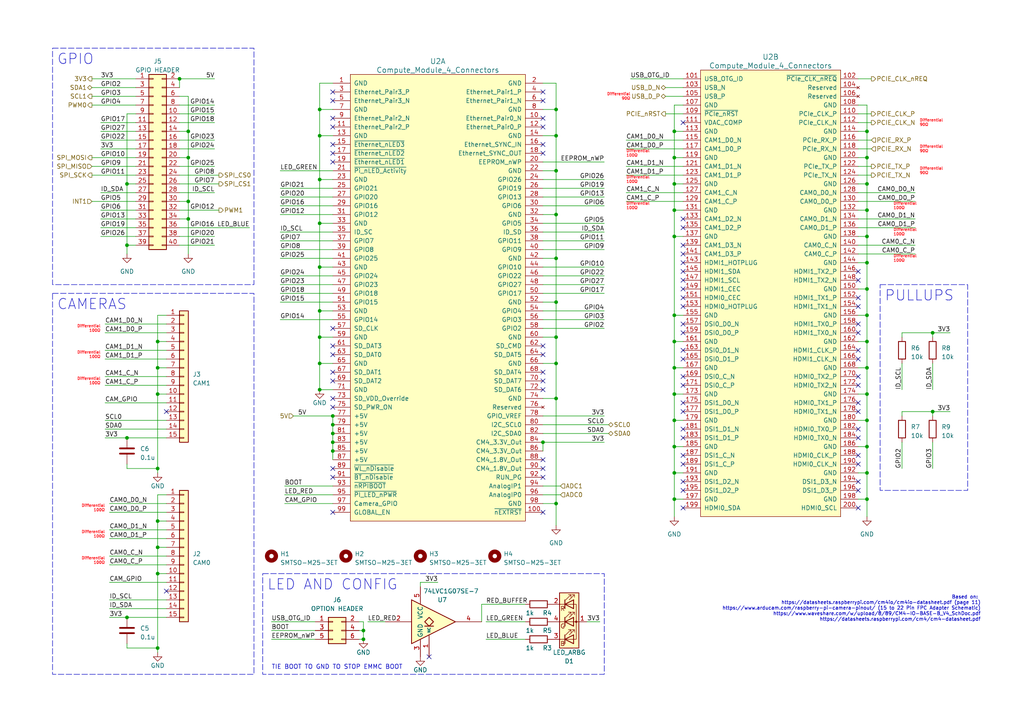
<source format=kicad_sch>
(kicad_sch (version 20231120) (generator "eeschema") (generator_version "8.0")
  (paper "A4")
  (title_block (title "Payload 2023 CM4 Board") (date "2023-04-25") (rev "0.1WIP") (company "AGH Space Systems") (comment 1 "Filip Tomczyk") (comment 2 "SQ3TLE.DEV"))
  (junction (at 161.29 105.41))
  (junction (at 96.52 120.65))
  (junction (at 45.72 106.68))
  (junction (at 45.72 166.37))
  (junction (at 161.29 115.57))
  (junction (at 195.58 53.34))
  (junction (at 251.46 144.78))
  (junction (at 251.46 121.92))
  (junction (at 45.72 114.3))
  (junction (at 157.48 128.27))
  (junction (at 92.71 39.37))
  (junction (at 195.58 106.68))
  (junction (at 54.61 58.42))
  (junction (at 251.46 91.44))
  (junction (at 251.46 83.82))
  (junction (at 92.71 97.79))
  (junction (at 251.46 68.58))
  (junction (at 251.46 38.1))
  (junction (at 195.58 91.44))
  (junction (at 45.72 99.06))
  (junction (at 92.71 52.07))
  (junction (at 251.46 106.68))
  (junction (at 54.61 63.5))
  (junction (at 195.58 38.1))
  (junction (at 92.71 105.41))
  (junction (at 96.52 130.81))
  (junction (at 36.83 179.07))
  (junction (at 92.71 31.75))
  (junction (at 195.58 45.72))
  (junction (at 270.51 119.38))
  (junction (at 92.71 77.47))
  (junction (at 251.46 45.72))
  (junction (at 195.58 114.3))
  (junction (at 251.46 129.54))
  (junction (at 251.46 53.34))
  (junction (at 195.58 144.78))
  (junction (at 36.83 53.34))
  (junction (at 36.83 127))
  (junction (at 54.61 45.72))
  (junction (at 195.58 68.58))
  (junction (at 270.51 96.52))
  (junction (at 195.58 99.06))
  (junction (at 161.29 49.53))
  (junction (at 195.58 60.96))
  (junction (at 96.52 128.27))
  (junction (at 45.72 135.89))
  (junction (at 105.41 182.88))
  (junction (at 161.29 97.79))
  (junction (at 54.61 38.1))
  (junction (at 96.52 125.73))
  (junction (at 52.07 22.86))
  (junction (at 45.72 187.96))
  (junction (at 195.58 121.92))
  (junction (at 92.71 64.77))
  (junction (at 251.46 137.16))
  (junction (at 251.46 99.06))
  (junction (at 161.29 31.75))
  (junction (at 161.29 39.37))
  (junction (at 195.58 137.16))
  (junction (at 45.72 158.75))
  (junction (at 251.46 60.96))
  (junction (at 105.41 185.42))
  (junction (at 161.29 74.93))
  (junction (at 161.29 62.23))
  (junction (at 251.46 76.2))
  (junction (at 251.46 114.3))
  (junction (at 195.58 129.54))
  (junction (at 45.72 151.13))
  (junction (at 92.71 113.03))
  (junction (at 96.52 123.19))
  (junction (at 161.29 87.63))
  (junction (at 161.29 146.05))
  (junction (at 36.83 71.12))
  (junction (at 92.71 90.17))
  (no_connect (at 198.12 101.6))
  (no_connect (at 248.92 132.08))
  (no_connect (at 248.92 124.46))
  (no_connect (at 198.12 78.74))
  (no_connect (at 198.12 132.08))
  (no_connect (at 157.48 133.35))
  (no_connect (at 96.52 95.25))
  (no_connect (at 96.52 110.49))
  (no_connect (at 48.26 119.38))
  (no_connect (at 198.12 88.9))
  (no_connect (at 157.48 44.45))
  (no_connect (at 157.48 100.33))
  (no_connect (at 96.52 34.29))
  (no_connect (at 96.52 26.67))
  (no_connect (at 248.92 142.24))
  (no_connect (at 96.52 102.87))
  (no_connect (at 96.52 46.99))
  (no_connect (at 248.92 96.52))
  (no_connect (at 248.92 116.84))
  (no_connect (at 248.92 109.22))
  (no_connect (at 198.12 104.14))
  (no_connect (at 96.52 36.83))
  (no_connect (at 248.92 104.14))
  (no_connect (at 248.92 81.28))
  (no_connect (at 198.12 139.7))
  (no_connect (at 248.92 139.7))
  (no_connect (at 157.48 26.67))
  (no_connect (at 198.12 81.28))
  (no_connect (at 198.12 116.84))
  (no_connect (at 198.12 76.2))
  (no_connect (at 198.12 86.36))
  (no_connect (at 248.92 127))
  (no_connect (at 198.12 147.32))
  (no_connect (at 198.12 109.22))
  (no_connect (at 248.92 93.98))
  (no_connect (at 248.92 134.62))
  (no_connect (at 96.52 118.11))
  (no_connect (at 48.26 171.45))
  (no_connect (at 198.12 119.38))
  (no_connect (at 96.52 148.59))
  (no_connect (at 198.12 134.62))
  (no_connect (at 157.48 107.95))
  (no_connect (at 198.12 111.76))
  (no_connect (at 157.48 110.49))
  (no_connect (at 198.12 96.52))
  (no_connect (at 96.52 115.57))
  (no_connect (at 157.48 29.21))
  (no_connect (at 198.12 124.46))
  (no_connect (at 248.92 119.38))
  (no_connect (at 96.52 41.91))
  (no_connect (at 157.48 135.89))
  (no_connect (at 248.92 78.74))
  (no_connect (at 157.48 113.03))
  (no_connect (at 157.48 34.29))
  (no_connect (at 96.52 44.45))
  (no_connect (at 198.12 127))
  (no_connect (at 198.12 83.82))
  (no_connect (at 198.12 93.98))
  (no_connect (at 198.12 35.56))
  (no_connect (at 157.48 138.43))
  (no_connect (at 248.92 86.36))
  (no_connect (at 198.12 63.5))
  (no_connect (at 96.52 107.95))
  (no_connect (at 96.52 29.21))
  (no_connect (at 248.92 111.76))
  (no_connect (at 157.48 36.83))
  (no_connect (at 248.92 88.9))
  (no_connect (at 198.12 142.24))
  (no_connect (at 248.92 101.6))
  (no_connect (at 96.52 138.43))
  (no_connect (at 157.48 148.59))
  (no_connect (at 124.46 190.5))
  (no_connect (at 198.12 71.12))
  (no_connect (at 157.48 41.91))
  (no_connect (at 96.52 135.89))
  (no_connect (at 248.92 147.32))
  (no_connect (at 198.12 73.66))
  (no_connect (at 198.12 66.04))
  (no_connect (at 157.48 102.87))
  (no_connect (at 96.52 100.33))
  (wire (pts (xy 195.58 99.06) (xy 195.58 106.68)))
  (wire (pts (xy 248.92 121.92) (xy 251.46 121.92)))
  (wire (pts (xy 161.29 105.41) (xy 161.29 115.57)))
  (wire (pts (xy 193.04 27.94) (xy 198.12 27.94)))
  (wire (pts (xy 161.29 49.53) (xy 161.29 62.23)))
  (wire (pts (xy 248.92 106.68) (xy 251.46 106.68)))
  (wire (pts (xy 45.72 99.06) (xy 48.26 99.06)))
  (wire (pts (xy 96.52 123.19) (xy 96.52 125.73)))
  (wire (pts (xy 45.72 106.68) (xy 45.72 114.3)))
  (wire (pts (xy 195.58 129.54) (xy 198.12 129.54)))
  (wire (pts (xy 251.46 68.58) (xy 251.46 76.2)))
  (wire (pts (xy 195.58 60.96) (xy 195.58 68.58)))
  (wire (pts (xy 157.48 97.79) (xy 161.29 97.79)))
  (wire (pts (xy 96.52 128.27) (xy 96.52 130.81)))
  (wire (pts (xy 30.48 93.98) (xy 48.26 93.98)))
  (wire (pts (xy 251.46 106.68) (xy 251.46 114.3)))
  (wire (pts (xy 92.71 105.41) (xy 96.52 105.41)))
  (wire (pts (xy 78.74 180.34) (xy 91.44 180.34)))
  (wire (pts (xy 261.62 120.65) (xy 261.62 119.38)))
  (wire (pts (xy 181.61 40.64) (xy 198.12 40.64)))
  (wire (pts (xy 54.61 27.94) (xy 54.61 38.1)))
  (wire (pts (xy 251.46 76.2) (xy 251.46 83.82)))
  (wire (pts (xy 157.48 72.39) (xy 175.26 72.39)))
  (wire (pts (xy 157.48 92.71) (xy 175.26 92.71)))
  (wire (pts (xy 45.72 106.68) (xy 48.26 106.68)))
  (wire (pts (xy 157.48 128.27) (xy 157.48 130.81)))
  (wire (pts (xy 52.07 43.18) (xy 62.23 43.18)))
  (wire (pts (xy 248.92 40.64) (xy 252.73 40.64)))
  (wire (pts (xy 92.71 97.79) (xy 96.52 97.79)))
  (wire (pts (xy 195.58 45.72) (xy 195.58 53.34)))
  (wire (pts (xy 157.48 90.17) (xy 175.26 90.17)))
  (wire (pts (xy 81.28 82.55) (xy 96.52 82.55)))
  (wire (pts (xy 248.92 99.06) (xy 251.46 99.06)))
  (wire (pts (xy 195.58 121.92) (xy 198.12 121.92)))
  (wire (pts (xy 248.92 63.5) (xy 265.43 63.5)))
  (wire (pts (xy 195.58 144.78) (xy 195.58 149.86)))
  (wire (pts (xy 104.14 182.88) (xy 105.41 182.88)))
  (wire (pts (xy 26.67 27.94) (xy 39.37 27.94)))
  (wire (pts (xy 157.48 77.47) (xy 175.26 77.47)))
  (wire (pts (xy 45.72 135.89) (xy 45.72 137.16)))
  (wire (pts (xy 157.48 46.99) (xy 175.26 46.99)))
  (wire (pts (xy 30.48 124.46) (xy 48.26 124.46)))
  (wire (pts (xy 96.52 120.65) (xy 96.52 123.19)))
  (wire (pts (xy 157.48 143.51) (xy 162.56 143.51)))
  (wire (pts (xy 92.71 39.37) (xy 92.71 52.07)))
  (wire (pts (xy 48.26 91.44) (xy 45.72 91.44)))
  (wire (pts (xy 157.48 39.37) (xy 161.29 39.37)))
  (wire (pts (xy 92.71 77.47) (xy 92.71 90.17)))
  (wire (pts (xy 54.61 63.5) (xy 52.07 63.5)))
  (wire (pts (xy 39.37 33.02) (xy 36.83 33.02)))
  (wire (pts (xy 248.92 83.82) (xy 251.46 83.82)))
  (wire (pts (xy 31.75 161.29) (xy 48.26 161.29)))
  (wire (pts (xy 157.48 59.69) (xy 175.26 59.69)))
  (wire (pts (xy 52.07 35.56) (xy 62.23 35.56)))
  (wire (pts (xy 195.58 99.06) (xy 198.12 99.06)))
  (wire (pts (xy 181.61 58.42) (xy 198.12 58.42)))
  (wire (pts (xy 157.48 52.07) (xy 175.26 52.07)))
  (wire (pts (xy 45.72 91.44) (xy 45.72 99.06)))
  (wire (pts (xy 29.21 43.18) (xy 39.37 43.18)))
  (wire (pts (xy 96.52 24.13) (xy 92.71 24.13)))
  (wire (pts (xy 195.58 91.44) (xy 195.58 99.06)))
  (wire (pts (xy 157.48 57.15) (xy 175.26 57.15)))
  (wire (pts (xy 195.58 68.58) (xy 198.12 68.58)))
  (wire (pts (xy 251.46 45.72) (xy 251.46 53.34)))
  (wire (pts (xy 30.48 127) (xy 36.83 127)))
  (wire (pts (xy 31.75 156.21) (xy 48.26 156.21)))
  (wire (pts (xy 54.61 58.42) (xy 54.61 63.5)))
  (wire (pts (xy 195.58 30.48) (xy 195.58 38.1)))
  (wire (pts (xy 193.04 25.4) (xy 198.12 25.4)))
  (wire (pts (xy 36.83 134.62) (xy 36.83 135.89)))
  (wire (pts (xy 161.29 24.13) (xy 161.29 31.75)))
  (wire (pts (xy 36.83 179.07) (xy 48.26 179.07)))
  (wire (pts (xy 45.72 158.75) (xy 48.26 158.75)))
  (wire (pts (xy 157.48 54.61) (xy 175.26 54.61)))
  (wire (pts (xy 52.07 40.64) (xy 62.23 40.64)))
  (wire (pts (xy 81.28 49.53) (xy 96.52 49.53)))
  (wire (pts (xy 45.72 158.75) (xy 45.72 166.37)))
  (wire (pts (xy 157.48 67.31) (xy 175.26 67.31)))
  (wire (pts (xy 45.72 99.06) (xy 45.72 106.68)))
  (wire (pts (xy 36.83 127) (xy 48.26 127)))
  (wire (pts (xy 31.75 148.59) (xy 48.26 148.59)))
  (wire (pts (xy 181.61 43.18) (xy 198.12 43.18)))
  (wire (pts (xy 248.92 91.44) (xy 251.46 91.44)))
  (wire (pts (xy 52.07 66.04) (xy 72.39 66.04)))
  (wire (pts (xy 30.48 101.6) (xy 48.26 101.6)))
  (wire (pts (xy 261.62 96.52) (xy 261.62 97.79)))
  (wire (pts (xy 198.12 30.48) (xy 195.58 30.48)))
  (wire (pts (xy 81.28 80.01) (xy 96.52 80.01)))
  (wire (pts (xy 82.55 146.05) (xy 96.52 146.05)))
  (wire (pts (xy 195.58 114.3) (xy 198.12 114.3)))
  (wire (pts (xy 195.58 121.92) (xy 195.58 129.54)))
  (wire (pts (xy 251.46 38.1) (xy 251.46 45.72)))
  (wire (pts (xy 251.46 83.82) (xy 251.46 91.44)))
  (wire (pts (xy 275.59 119.38) (xy 270.51 119.38)))
  (wire (pts (xy 193.04 33.02) (xy 198.12 33.02)))
  (wire (pts (xy 195.58 53.34) (xy 195.58 60.96)))
  (wire (pts (xy 195.58 106.68) (xy 198.12 106.68)))
  (wire (pts (xy 54.61 45.72) (xy 54.61 58.42)))
  (wire (pts (xy 52.07 22.86) (xy 52.07 25.4)))
  (wire (pts (xy 52.07 45.72) (xy 54.61 45.72)))
  (wire (pts (xy 181.61 50.8) (xy 198.12 50.8)))
  (wire (pts (xy 248.92 66.04) (xy 265.43 66.04)))
  (wire (pts (xy 195.58 114.3) (xy 195.58 121.92)))
  (wire (pts (xy 157.48 82.55) (xy 175.26 82.55)))
  (wire (pts (xy 81.28 92.71) (xy 96.52 92.71)))
  (wire (pts (xy 251.46 91.44) (xy 251.46 99.06)))
  (wire (pts (xy 92.71 90.17) (xy 92.71 97.79)))
  (wire (pts (xy 157.48 140.97) (xy 162.56 140.97)))
  (wire (pts (xy 195.58 53.34) (xy 198.12 53.34)))
  (wire (pts (xy 195.58 68.58) (xy 195.58 91.44)))
  (wire (pts (xy 270.51 105.41) (xy 270.51 113.03)))
  (wire (pts (xy 36.83 135.89) (xy 45.72 135.89)))
  (wire (pts (xy 157.48 95.25) (xy 175.26 95.25)))
  (wire (pts (xy 161.29 146.05) (xy 157.48 146.05)))
  (wire (pts (xy 157.48 49.53) (xy 161.29 49.53)))
  (wire (pts (xy 81.28 62.23) (xy 96.52 62.23)))
  (wire (pts (xy 270.51 97.79) (xy 270.51 96.52)))
  (wire (pts (xy 81.28 74.93) (xy 96.52 74.93)))
  (wire (pts (xy 31.75 163.83) (xy 48.26 163.83)))
  (wire (pts (xy 195.58 45.72) (xy 198.12 45.72)))
  (wire (pts (xy 54.61 63.5) (xy 54.61 73.66)))
  (wire (pts (xy 52.07 68.58) (xy 62.23 68.58)))
  (wire (pts (xy 251.46 137.16) (xy 251.46 144.78)))
  (wire (pts (xy 92.71 105.41) (xy 92.71 113.03)))
  (wire (pts (xy 195.58 38.1) (xy 198.12 38.1)))
  (wire (pts (xy 121.92 168.91) (xy 121.92 170.18)))
  (wire (pts (xy 26.67 50.8) (xy 39.37 50.8)))
  (wire (pts (xy 92.71 39.37) (xy 96.52 39.37)))
  (wire (pts (xy 248.92 30.48) (xy 251.46 30.48)))
  (wire (pts (xy 81.28 69.85) (xy 96.52 69.85)))
  (wire (pts (xy 36.83 71.12) (xy 39.37 71.12)))
  (wire (pts (xy 161.29 39.37) (xy 161.29 49.53)))
  (wire (pts (xy 36.83 53.34) (xy 36.83 71.12)))
  (wire (pts (xy 92.71 77.47) (xy 96.52 77.47)))
  (wire (pts (xy 26.67 48.26) (xy 39.37 48.26)))
  (wire (pts (xy 52.07 50.8) (xy 63.5 50.8)))
  (wire (pts (xy 248.92 33.02) (xy 252.73 33.02)))
  (wire (pts (xy 104.14 180.34) (xy 105.41 180.34)))
  (wire (pts (xy 161.29 87.63) (xy 161.29 97.79)))
  (wire (pts (xy 26.67 58.42) (xy 39.37 58.42)))
  (wire (pts (xy 45.72 166.37) (xy 48.26 166.37)))
  (wire (pts (xy 157.48 80.01) (xy 175.26 80.01)))
  (wire (pts (xy 31.75 179.07) (xy 36.83 179.07)))
  (wire (pts (xy 157.48 105.41) (xy 161.29 105.41)))
  (wire (pts (xy 251.46 121.92) (xy 251.46 129.54)))
  (wire (pts (xy 92.71 113.03) (xy 96.52 113.03)))
  (wire (pts (xy 195.58 60.96) (xy 198.12 60.96)))
  (wire (pts (xy 105.41 180.34) (xy 105.41 182.88)))
  (wire (pts (xy 52.07 27.94) (xy 54.61 27.94)))
  (wire (pts (xy 30.48 111.76) (xy 48.26 111.76)))
  (wire (pts (xy 157.48 120.65) (xy 175.26 120.65)))
  (wire (pts (xy 78.74 182.88) (xy 91.44 182.88)))
  (wire (pts (xy 157.48 125.73) (xy 176.53 125.73)))
  (wire (pts (xy 30.48 116.84) (xy 48.26 116.84)))
  (wire (pts (xy 157.48 64.77) (xy 175.26 64.77)))
  (wire (pts (xy 161.29 97.79) (xy 161.29 105.41)))
  (wire (pts (xy 82.55 143.51) (xy 96.52 143.51)))
  (wire (pts (xy 30.48 104.14) (xy 48.26 104.14)))
  (wire (pts (xy 157.48 74.93) (xy 161.29 74.93)))
  (wire (pts (xy 26.67 25.4) (xy 39.37 25.4)))
  (wire (pts (xy 81.28 67.31) (xy 96.52 67.31)))
  (wire (pts (xy 52.07 55.88) (xy 62.23 55.88)))
  (wire (pts (xy 152.4 185.42) (xy 140.97 185.42)))
  (wire (pts (xy 195.58 38.1) (xy 195.58 45.72)))
  (wire (pts (xy 52.07 58.42) (xy 54.61 58.42)))
  (wire (pts (xy 26.67 22.86) (xy 39.37 22.86)))
  (wire (pts (xy 248.92 45.72) (xy 251.46 45.72)))
  (wire (pts (xy 81.28 59.69) (xy 96.52 59.69)))
  (wire (pts (xy 195.58 137.16) (xy 198.12 137.16)))
  (wire (pts (xy 31.75 173.99) (xy 48.26 173.99)))
  (wire (pts (xy 52.07 22.86) (xy 62.23 22.86)))
  (wire (pts (xy 52.07 38.1) (xy 54.61 38.1)))
  (wire (pts (xy 92.71 31.75) (xy 96.52 31.75)))
  (wire (pts (xy 127 168.91) (xy 121.92 168.91)))
  (wire (pts (xy 106.68 180.34) (xy 111.76 180.34)))
  (wire (pts (xy 104.14 185.42) (xy 105.41 185.42)))
  (wire (pts (xy 29.21 68.58) (xy 39.37 68.58)))
  (wire (pts (xy 248.92 48.26) (xy 252.73 48.26)))
  (wire (pts (xy 29.21 35.56) (xy 39.37 35.56)))
  (wire (pts (xy 248.92 38.1) (xy 251.46 38.1)))
  (wire (pts (xy 251.46 144.78) (xy 251.46 149.86)))
  (wire (pts (xy 81.28 54.61) (xy 96.52 54.61)))
  (wire (pts (xy 45.72 143.51) (xy 45.72 151.13)))
  (wire (pts (xy 261.62 105.41) (xy 261.62 113.03)))
  (wire (pts (xy 92.71 52.07) (xy 92.71 64.77)))
  (wire (pts (xy 157.48 62.23) (xy 161.29 62.23)))
  (wire (pts (xy 92.71 64.77) (xy 96.52 64.77)))
  (wire (pts (xy 52.07 60.96) (xy 63.5 60.96)))
  (wire (pts (xy 248.92 68.58) (xy 251.46 68.58)))
  (wire (pts (xy 157.48 123.19) (xy 176.53 123.19)))
  (wire (pts (xy 248.92 35.56) (xy 252.73 35.56)))
  (wire (pts (xy 195.58 137.16) (xy 195.58 144.78)))
  (wire (pts (xy 52.07 71.12) (xy 62.23 71.12)))
  (wire (pts (xy 92.71 90.17) (xy 96.52 90.17)))
  (wire (pts (xy 157.48 128.27) (xy 175.26 128.27)))
  (wire (pts (xy 81.28 57.15) (xy 96.52 57.15)))
  (wire (pts (xy 92.71 24.13) (xy 92.71 31.75)))
  (wire (pts (xy 139.7 175.26) (xy 152.4 175.26)))
  (wire (pts (xy 248.92 43.18) (xy 252.73 43.18)))
  (wire (pts (xy 29.21 55.88) (xy 39.37 55.88)))
  (wire (pts (xy 92.71 64.77) (xy 92.71 77.47)))
  (wire (pts (xy 96.52 125.73) (xy 96.52 128.27)))
  (wire (pts (xy 248.92 58.42) (xy 265.43 58.42)))
  (wire (pts (xy 29.21 38.1) (xy 39.37 38.1)))
  (wire (pts (xy 29.21 66.04) (xy 39.37 66.04)))
  (wire (pts (xy 85.09 120.65) (xy 96.52 120.65)))
  (wire (pts (xy 248.92 53.34) (xy 251.46 53.34)))
  (wire (pts (xy 261.62 119.38) (xy 270.51 119.38)))
  (wire (pts (xy 96.52 130.81) (xy 96.52 133.35)))
  (wire (pts (xy 45.72 187.96) (xy 45.72 189.23)))
  (wire (pts (xy 157.48 85.09) (xy 175.26 85.09)))
  (wire (pts (xy 251.46 129.54) (xy 251.46 137.16)))
  (wire (pts (xy 251.46 53.34) (xy 251.46 60.96)))
  (wire (pts (xy 30.48 121.92) (xy 48.26 121.92)))
  (wire (pts (xy 26.67 45.72) (xy 39.37 45.72)))
  (wire (pts (xy 45.72 166.37) (xy 45.72 187.96)))
  (wire (pts (xy 36.83 186.69) (xy 36.83 187.96)))
  (wire (pts (xy 45.72 114.3) (xy 48.26 114.3)))
  (wire (pts (xy 105.41 182.88) (xy 105.41 185.42)))
  (wire (pts (xy 157.48 24.13) (xy 161.29 24.13)))
  (wire (pts (xy 81.28 87.63) (xy 96.52 87.63)))
  (wire (pts (xy 92.71 97.79) (xy 92.71 105.41)))
  (wire (pts (xy 248.92 137.16) (xy 251.46 137.16)))
  (wire (pts (xy 248.92 114.3) (xy 251.46 114.3)))
  (wire (pts (xy 248.92 60.96) (xy 251.46 60.96)))
  (wire (pts (xy 52.07 30.48) (xy 62.23 30.48)))
  (wire (pts (xy 251.46 30.48) (xy 251.46 38.1)))
  (wire (pts (xy 161.29 115.57) (xy 161.29 146.05)))
  (wire (pts (xy 26.67 30.48) (xy 39.37 30.48)))
  (wire (pts (xy 36.83 33.02) (xy 36.83 53.34)))
  (wire (pts (xy 52.07 53.34) (xy 63.5 53.34)))
  (wire (pts (xy 181.61 55.88) (xy 198.12 55.88)))
  (wire (pts (xy 31.75 168.91) (xy 48.26 168.91)))
  (wire (pts (xy 30.48 96.52) (xy 48.26 96.52)))
  (wire (pts (xy 78.74 185.42) (xy 91.44 185.42)))
  (wire (pts (xy 248.92 144.78) (xy 251.46 144.78)))
  (wire (pts (xy 251.46 60.96) (xy 251.46 68.58)))
  (wire (pts (xy 261.62 96.52) (xy 270.51 96.52)))
  (wire (pts (xy 248.92 76.2) (xy 251.46 76.2)))
  (wire (pts (xy 45.72 151.13) (xy 48.26 151.13)))
  (wire (pts (xy 195.58 91.44) (xy 198.12 91.44)))
  (wire (pts (xy 140.97 180.34) (xy 152.4 180.34)))
  (wire (pts (xy 52.07 33.02) (xy 62.23 33.02)))
  (wire (pts (xy 157.48 31.75) (xy 161.29 31.75)))
  (wire (pts (xy 270.51 128.27) (xy 270.51 135.89)))
  (wire (pts (xy 252.73 22.86) (xy 248.92 22.86)))
  (wire (pts (xy 29.21 60.96) (xy 39.37 60.96)))
  (wire (pts (xy 52.07 48.26) (xy 62.23 48.26)))
  (wire (pts (xy 251.46 99.06) (xy 251.46 106.68)))
  (wire (pts (xy 157.48 87.63) (xy 161.29 87.63)))
  (wire (pts (xy 82.55 140.97) (xy 96.52 140.97)))
  (wire (pts (xy 251.46 114.3) (xy 251.46 121.92)))
  (wire (pts (xy 195.58 129.54) (xy 195.58 137.16)))
  (wire (pts (xy 92.71 31.75) (xy 92.71 39.37)))
  (wire (pts (xy 157.48 115.57) (xy 161.29 115.57)))
  (wire (pts (xy 170.18 180.34) (xy 173.99 180.34)))
  (wire (pts (xy 81.28 85.09) (xy 96.52 85.09)))
  (wire (pts (xy 157.48 69.85) (xy 175.26 69.85)))
  (wire (pts (xy 248.92 73.66) (xy 265.43 73.66)))
  (wire (pts (xy 248.92 71.12) (xy 265.43 71.12)))
  (wire (pts (xy 182.88 22.86) (xy 198.12 22.86)))
  (wire (pts (xy 31.75 176.53) (xy 48.26 176.53)))
  (wire (pts (xy 48.26 143.51) (xy 45.72 143.51)))
  (wire (pts (xy 270.51 119.38) (xy 270.51 120.65)))
  (wire (pts (xy 248.92 129.54) (xy 251.46 129.54)))
  (wire (pts (xy 261.62 128.27) (xy 261.62 135.89)))
  (wire (pts (xy 161.29 146.05) (xy 161.29 152.4)))
  (wire (pts (xy 161.29 74.93) (xy 161.29 87.63)))
  (wire (pts (xy 275.59 96.52) (xy 270.51 96.52)))
  (wire (pts (xy 36.83 187.96) (xy 45.72 187.96)))
  (wire (pts (xy 195.58 106.68) (xy 195.58 114.3)))
  (wire (pts (xy 161.29 62.23) (xy 161.29 74.93)))
  (wire (pts (xy 161.29 31.75) (xy 161.29 39.37)))
  (wire (pts (xy 36.83 73.66) (xy 36.83 71.12)))
  (wire (pts (xy 92.71 52.07) (xy 96.52 52.07)))
  (wire (pts (xy 54.61 38.1) (xy 54.61 45.72)))
  (wire (pts (xy 195.58 144.78) (xy 198.12 144.78)))
  (wire (pts (xy 29.21 63.5) (xy 39.37 63.5)))
  (wire (pts (xy 30.48 109.22) (xy 48.26 109.22)))
  (wire (pts (xy 248.92 55.88) (xy 265.43 55.88)))
  (wire (pts (xy 29.21 40.64) (xy 39.37 40.64)))
  (wire (pts (xy 81.28 72.39) (xy 96.52 72.39)))
  (wire (pts (xy 31.75 153.67) (xy 48.26 153.67)))
  (wire (pts (xy 45.72 151.13) (xy 45.72 158.75)))
  (wire (pts (xy 248.92 50.8) (xy 252.73 50.8)))
  (wire (pts (xy 139.7 175.26) (xy 139.7 180.34)))
  (wire (pts (xy 36.83 53.34) (xy 39.37 53.34)))
  (wire (pts (xy 45.72 114.3) (xy 45.72 135.89)))
  (wire (pts (xy 181.61 48.26) (xy 198.12 48.26)))
  (wire (pts (xy 31.75 146.05) (xy 48.26 146.05)))
  (rectangle (start 15.24 13.97) (end 73.66 82.55) (stroke (width 0) (type dash)))
  (rectangle (start 76.2 166.37) (end 175.26 195.58) (stroke (width 0) (type dash)))
  (rectangle (start 255.27 82.55) (end 280.67 142.24) (stroke (width 0) (type dash)))
  (rectangle (start 15.24 85.09) (end 73.66 195.58) (stroke (width 0) (type dash)))
  (text "Differential\n100Ω" (at 181.61 45.72 0) (effects (font (size 0.8 0.8)) (justify left bottom)))
  (text "Differential\n100Ω" (at 259.08 76.2 0) (effects (font (size 0.8 0.8)) (justify left bottom)))
  (text "Differential\n100Ω" (at 181.61 60.96 0) (effects (font (size 0.8 0.8)) (justify left bottom)))
  (text "Differential\n90Ω" (at 266.7 36.83 0) (effects (font (size 0.8 0.8)) (justify left bottom)))
  (text "Differential\n90Ω" (at 266.7 50.8 0) (effects (font (size 0.8 0.8)) (justify left bottom)))
  (text "Differential\n100Ω" (at 259.08 60.96 0) (effects (font (size 0.8 0.8)) (justify left bottom)))
  (text "PULLUPS" (at 256.54 87.63 0) (effects (font (size 3 3)) (justify left bottom)))
  (text "TIE BOOT TO GND TO STOP EMMC BOOT" (at 78.74 194.31 0) (effects (font (size 1.27 1.27)) (justify left bottom)))
  (text "Differential\n100Ω" (at 259.08 68.58 0) (effects (font (size 0.8 0.8)) (justify left bottom)))
  (text "Differential\n100Ω" (at 29.21 111.76 0) (effects (font (size 0.8 0.8)) (justify right bottom)))
  (text "Differential\n100Ω" (at 30.48 148.59 0) (effects (font (size 0.8 0.8)) (justify right bottom)))
  (text "LED AND CONFIG" (at 77.47 171.45 0) (effects (font (size 3 3)) (justify left bottom)))
  (text "Differential\n100Ω" (at 30.48 163.83 0) (effects (font (size 0.8 0.8)) (justify right bottom)))
  (text "GPIO" (at 16.51 19.05 0) (effects (font (size 3 3)) (justify left bottom)))
  (text "Differential\n100Ω" (at 181.61 53.34 0) (effects (font (size 0.8 0.8)) (justify left bottom)))
  (text "Differential\n90Ω" (at 182.88 29.21 0) (effects (font (size 0.8 0.8)) (justify right bottom)))
  (text "Differential\n100Ω" (at 29.21 104.14 0) (effects (font (size 0.8 0.8)) (justify right bottom)))
  (text "Differential\n90Ω" (at 266.7 44.45 0) (effects (font (size 0.8 0.8)) (justify left bottom)))
  (text "Differential\n100Ω" (at 29.21 96.52 0) (effects (font (size 0.8 0.8)) (justify right bottom)))
  (text "Differential\n100Ω" (at 30.48 156.21 0) (effects (font (size 0.8 0.8)) (justify right bottom)))
  (text "CAMERAS" (at 16.51 90.17 0) (effects (font (size 3 3)) (justify left bottom)))
  (text "Based on: \nhttps://datasheets.raspberrypi.com/cm4io/cm4io-datasheet.pdf (page 11)\nhttps://www.arducam.com/raspberry-pi-camera-pinout/ (15 to 22 Pin FPC Adapter Schematic)\nhttps://www.waveshare.com/w/upload/8/89/CM4-IO-BASE-B_V4_SchDoc.pdf\nhttps://datasheets.raspberrypi.com/cm4/cm4-datasheet.pdf" (at 284.48 180.34 0) (effects (font (size 1 1)) (justify right bottom)))
  (label "GPIO8" (at 81.28 72.39 0))
  (label "CAM0_D0_P" (at 31.75 148.59 0))
  (label "GPIO16" (at 81.28 59.69 0))
  (label "LED_BLUE" (at 140.97 185.42 0))
  (label "3V3" (at 275.59 119.38 180))
  (label "GPIO24" (at 62.23 43.18 180))
  (label "3V3" (at 175.26 128.27 180))
  (label "GPIO25" (at 62.23 48.26 180))
  (label "GPIO9" (at 29.21 48.26 0))
  (label "CAM1_D0_N" (at 30.48 93.98 0))
  (label "CAM0_D0_P" (at 265.43 58.42 180))
  (label "ID_SDA" (at 175.26 67.31 180))
  (label "LED_GREEN" (at 140.97 180.34 0))
  (label "CAM0_C_N" (at 265.43 71.12 180))
  (label "CAM0_C_P" (at 31.75 163.83 0))
  (label "SDA0" (at 175.26 125.73 180))
  (label "GPIO23" (at 62.23 40.64 180))
  (label "GPIO6" (at 175.26 59.69 180))
  (label "GPIO2" (at 29.21 25.4 0))
  (label "GPIO18" (at 62.23 35.56 180))
  (label "GPIO21" (at 62.23 71.12 180))
  (label "GPIO3" (at 29.21 27.94 0))
  (label "GPIO11" (at 29.21 50.8 0))
  (label "GPIO7" (at 81.28 69.85 0))
  (label "ID_SCL" (at 261.62 113.03 90))
  (label "GPIO26" (at 175.26 52.07 180))
  (label "CAM0_D0_N" (at 265.43 55.88 180))
  (label "GPIO20" (at 81.28 57.15 0))
  (label "CAM_GPIO" (at 82.55 146.05 0))
  (label "CAM0_D0_N" (at 31.75 146.05 0))
  (label "CAM_GPIO" (at 30.48 116.84 0))
  (label "GPIO23" (at 81.28 82.55 0))
  (label "GPIO13" (at 175.26 57.15 180))
  (label "GPIO22" (at 29.21 40.64 0))
  (label "LED_RED" (at 106.68 180.34 0))
  (label "ID_SDA" (at 270.51 113.03 90))
  (label "GPIO8" (at 62.23 50.8 180))
  (label "GPIO19" (at 175.26 54.61 180))
  (label "CAM1_C_P" (at 30.48 111.76 0))
  (label "GPIO10" (at 175.26 77.47 180))
  (label "CAM1_D1_P" (at 30.48 104.14 0))
  (label "CAM0_C_N" (at 31.75 161.29 0))
  (label "CAM1_C_P" (at 181.61 58.42 0))
  (label "GPIO12" (at 62.23 60.96 180))
  (label "GPIO9" (at 175.26 72.39 180))
  (label "CAM0_D1_P" (at 265.43 66.04 180))
  (label "GPIO18" (at 81.28 85.09 0))
  (label "CAM1_D0_N" (at 181.61 40.64 0))
  (label "CAM1_C_N" (at 30.48 109.22 0))
  (label "USB_OTG_ID" (at 182.88 22.86 0))
  (label "GPIO22" (at 175.26 80.01 180))
  (label "SCL0" (at 30.48 121.92 0))
  (label "GPIO12" (at 81.28 62.23 0))
  (label "EEPROM_nWP" (at 78.74 185.42 0))
  (label "GPIO25" (at 81.28 74.93 0))
  (label "CAM_GPIO" (at 31.75 168.91 0))
  (label "LED_RED" (at 82.55 143.51 0))
  (label "5V" (at 88.9 120.65 180))
  (label "GPIO14" (at 81.28 92.71 0))
  (label "3V3" (at 275.59 96.52 180))
  (label "CAM1_D1_P" (at 181.61 50.8 0))
  (label "5V" (at 62.23 22.86 180))
  (label "EEPROM_nWP" (at 175.26 46.99 180))
  (label "ID_SDA" (at 29.21 55.88 0))
  (label "GPIO10" (at 29.21 45.72 0))
  (label "LED_BLUE" (at 72.39 66.04 180))
  (label "GPIO5" (at 175.26 64.77 180))
  (label "CAM1_D0_P" (at 181.61 43.18 0))
  (label "CAM0_D1_N" (at 31.75 153.67 0))
  (label "GPIO3" (at 270.51 135.89 90))
  (label "GPIO4" (at 29.21 30.48 0))
  (label "GPIO4" (at 175.26 90.17 180))
  (label "3V3" (at 175.26 120.65 180))
  (label "CAM1_D1_N" (at 30.48 101.6 0))
  (label "GPIO5" (at 29.21 58.42 0))
  (label "3V3" (at 29.21 43.18 0))
  (label "GPIO17" (at 29.21 35.56 0))
  (label "CAM0_D1_N" (at 265.43 63.5 180))
  (label "GPIO15" (at 62.23 33.02 180))
  (label "ID_SCL" (at 81.28 67.31 0))
  (label "3V3" (at 29.21 22.86 0))
  (label "3V3" (at 31.75 179.07 0))
  (label "RED_BUFFER" (at 140.97 175.26 0))
  (label "CAM1_D1_N" (at 181.61 48.26 0))
  (label "3V3" (at 30.48 127 0))
  (label "CAM0_C_P" (at 265.43 73.66 180))
  (label "GPIO2" (at 261.62 135.89 90))
  (label "GPIO19" (at 29.21 66.04 0))
  (label "USB_OTG_ID" (at 78.74 180.34 0))
  (label "CAM0_D1_P" (at 31.75 156.21 0))
  (label "GPIO7" (at 62.23 53.34 180))
  (label "GPIO13" (at 29.21 63.5 0))
  (label "ID_SDA" (at 31.75 176.53 0))
  (label "GPIO6" (at 29.21 60.96 0))
  (label "GPIO3" (at 175.26 92.71 180))
  (label "GPIO27" (at 175.26 82.55 180))
  (label "GPIO2" (at 175.26 95.25 180))
  (label "3V3" (at 173.99 180.34 180))
  (label "3V3" (at 127 168.91 180))
  (label "GPIO27" (at 29.21 38.1 0))
  (label "GPIO21" (at 81.28 54.61 0))
  (label "GPIO17" (at 175.26 85.09 180))
  (label "SDA0" (at 30.48 124.46 0))
  (label "GPIO24" (at 81.28 80.01 0))
  (label "LED_GREEN" (at 81.28 49.53 0))
  (label "CAM1_C_N" (at 181.61 55.88 0))
  (label "ID_SCL" (at 31.75 173.99 0))
  (label "CAM1_D0_P" (at 30.48 96.52 0))
  (label "GPIO20" (at 62.23 68.58 180))
  (label "GPIO14" (at 62.23 30.48 180))
  (label "GPIO11" (at 175.26 69.85 180))
  (label "BOOT" (at 82.55 140.97 0))
  (label "GPIO16" (at 62.23 66.04 180))
  (label "BOOT" (at 78.74 182.88 0))
  (label "GPIO26" (at 29.21 68.58 0))
  (label "ID_SCL" (at 62.23 55.88 180))
  (label "GPIO15" (at 81.28 87.63 0))
  (label "SCL0" (at 175.26 123.19 180))
  (hierarchical_label "PCIE_TX_P" (shape output) (at 252.73 48.26 0))
  (hierarchical_label "PCIE_RX_P" (shape input) (at 252.73 40.64 0))
  (hierarchical_label "SPI_MISO" (shape input) (at 26.67 48.26 180))
  (hierarchical_label "SPI_MOSI" (shape output) (at 26.67 45.72 180))
  (hierarchical_label "INT1" (shape input) (at 26.67 58.42 180))
  (hierarchical_label "SDA0" (shape bidirectional) (at 176.53 125.73 0))
  (hierarchical_label "USB_D_N" (shape bidirectional) (at 193.04 25.4 180))
  (hierarchical_label "PCIE_nRST" (shape output) (at 193.04 33.02 180))
  (hierarchical_label "SCL1" (shape output) (at 26.67 27.94 180))
  (hierarchical_label "ADC1" (shape input) (at 162.56 140.97 0))
  (hierarchical_label "3V3" (shape output) (at 26.67 22.86 180))
  (hierarchical_label "5V" (shape input) (at 85.09 120.65 180))
  (hierarchical_label "SDA1" (shape bidirectional) (at 26.67 25.4 180))
  (hierarchical_label "PWM1" (shape output) (at 63.5 60.96 0))
  (hierarchical_label "PCIE_CLK_nREQ" (shape output) (at 252.73 22.86 0))
  (hierarchical_label "PCIE_CLK_P" (shape output) (at 252.73 33.02 0))
  (hierarchical_label "USB_D_P" (shape bidirectional) (at 193.04 27.94 180))
  (hierarchical_label "SPI_CS1" (shape output) (at 63.5 53.34 0))
  (hierarchical_label "SPI_CS0" (shape output) (at 63.5 50.8 0))
  (hierarchical_label "SPI_SCK" (shape output) (at 26.67 50.8 180))
  (hierarchical_label "SCL0" (shape bidirectional) (at 176.53 123.19 0))
  (hierarchical_label "PWM0" (shape output) (at 26.67 30.48 180))
  (hierarchical_label "ADC0" (shape input) (at 162.56 143.51 0))
  (hierarchical_label "PCIE_CLK_N" (shape output) (at 252.73 35.56 0))
  (hierarchical_label "PCIE_TX_N" (shape output) (at 252.73 50.8 0))
  (hierarchical_label "PCIE_RX_N" (shape input) (at 252.73 43.18 0))
  (symbol (lib_id "Device:C") (at 36.83 130.81 0) (unit 1)
    (property "Reference" "C6" (at 40.64 130.175 0) (effects (justify left)))
    (property "Value" "0.1u" (at 40.64 132.715 0) (effects (justify left)))
    (property "Footprint" "Capacitor_SMD:C_0402_1005Metric" (effects (hide yes)))
  )
  (symbol (lib_id "Device:R") (at 270.51 101.6 0) (unit 1)
    (property "Reference" "R8" (at 273.05 100.965 0) (effects (justify left)))
    (property "Value" "10k" (at 273.05 103.505 0) (effects (justify left)))
    (property "Footprint" "Capacitor_SMD:C_0402_1005Metric" (effects (hide yes)))
  )
  (symbol (lib_id "power:GND") (at 121.92 190.5 0) (unit 1)
    (property "Reference" "#PWR032" (effects (hide yes)))
    (property "Value" "GND" (at 121.92 194.31 0))
  )
  (symbol (lib_id "Device:R") (at 270.51 124.46 0) (unit 1)
    (property "Reference" "R9" (at 273.05 123.825 0) (effects (justify left)))
    (property "Value" "10k" (at 273.05 126.365 0) (effects (justify left)))
    (property "Footprint" "Capacitor_SMD:C_0402_1005Metric" (effects (hide yes)))
  )
  (symbol (lib_id "power:GND") (at 161.29 152.4 0) (unit 1)
    (property "Reference" "#PWR015" (effects (hide yes)))
    (property "Value" "GND" (at 161.29 157.48 0))
  )
  (symbol (lib_id "Device:R") (at 261.62 101.6 0) (unit 1)
    (property "Reference" "R6" (at 264.16 100.965 0) (effects (justify left)))
    (property "Value" "10k" (at 264.16 103.505 0) (effects (justify left)))
    (property "Footprint" "Capacitor_SMD:C_0402_1005Metric" (effects (hide yes)))
  )
  (symbol (lib_id "power:GND") (at 92.71 113.03 0) (unit 1)
    (property "Reference" "#PWR014" (effects (hide yes)))
    (property "Value" "GND" (at 92.71 116.84 0))
  )
  (symbol (lib_id "power:GND") (at 45.72 137.16 0) (unit 1)
    (property "Reference" "#PWR012" (effects (hide yes)))
    (property "Value" "GND" (at 45.72 140.97 0))
  )
  (symbol (lib_id "power:GND") (at 105.41 185.42 0) (unit 1)
    (property "Reference" "#PWR018" (effects (hide yes)))
    (property "Value" "GND" (at 105.41 189.23 0))
  )
  (symbol (lib_id "Mechanical:MountingHole") (at 78.74 161.29 0) (unit 1)
    (property "Reference" "H1" (at 81.28 160.655 0) (effects (justify left)))
    (property "Value" "SMTSO-M25-3ET" (at 81.28 163.195 0) (effects (justify left)))
    (property "Footprint" "LibLoader:SMTSOM252ET" (effects (hide yes)))
  )
  (symbol (lib_id "Connector_Generic:Conn_02x20_Odd_Even") (at 44.45 45.72 0) (unit 1)
    (property "Reference" "J5" (at 45.72 17.78 0))
    (property "Value" "GPIO HEADER" (at 45.72 20.32 0))
    (property "Footprint" "Connector_PinHeader_2.54mm:PinHeader_2x20_P2.54mm_Vertical" (effects (hide yes)))
  )
  (symbol (lib_id "power:GND") (at 45.72 189.23 0) (unit 1)
    (property "Reference" "#PWR08" (effects (hide yes)))
    (property "Value" "GND" (at 45.72 193.04 0))
  )
  (symbol (lib_id "Device:C") (at 36.83 182.88 0) (unit 1)
    (property "Reference" "C5" (at 40.64 182.245 0) (effects (justify left)))
    (property "Value" "0.1u" (at 40.64 184.785 0) (effects (justify left)))
    (property "Footprint" "Capacitor_SMD:C_0402_1005Metric" (effects (hide yes)))
  )
  (symbol (lib_id "Mechanical:MountingHole") (at 121.92 161.29 0) (unit 1)
    (property "Reference" "H3" (at 124.46 160.655 0) (effects (justify left)))
    (property "Value" "SMTSO-M25-3ET" (at 124.46 163.195 0) (effects (justify left)))
    (property "Footprint" "LibLoader:SMTSOM252ET" (effects (hide yes)))
  )
  (symbol (lib_id "Mechanical:MountingHole") (at 100.33 161.29 0) (unit 1)
    (property "Reference" "H2" (at 102.87 160.655 0) (effects (justify left)))
    (property "Value" "SMTSO-M25-3ET" (at 102.87 163.195 0) (effects (justify left)))
    (property "Footprint" "LibLoader:SMTSOM252ET" (effects (hide yes)))
  )
  (symbol (lib_id "74xGxx:74LVC1G07") (at 127 180.34 0) (unit 1)
    (property "Reference" "U7" (at 128.27 173.99 0))
    (property "Value" "74LVC1G07SE-7" (at 130.81 171.45 0))
    (property "Footprint" "Package_TO_SOT_SMD:SOT-353_SC-70-5" (effects (hide yes)))
    (property "Datasheet" "https://www.ti.com/lit/ds/symlink/sn74lvc1g07.pdf" (effects (hide yes)))
  )
  (symbol (lib_id "Device:R") (at 261.62 124.46 0) (unit 1)
    (property "Reference" "R7" (at 264.16 123.825 0) (effects (justify left)))
    (property "Value" "10k" (at 264.16 126.365 0) (effects (justify left)))
    (property "Footprint" "Capacitor_SMD:C_0402_1005Metric" (effects (hide yes)))
  )
  (symbol (lib_id "Device:LED_ARBG") (at 165.1 180.34 0) (unit 1)
    (property "Reference" "D1" (at 165.1 191.77 0))
    (property "Value" "LED_ARBG" (at 165.1 189.23 0))
    (property "Footprint" "LibLoader:150044M155220" (effects (hide yes)))
  )
  (symbol (lib_id "power:GND") (at 36.83 73.66 0) (unit 1)
    (property "Reference" "#PWR016" (effects (hide yes)))
    (property "Value" "GND" (at 36.83 78.74 0))
  )
  (symbol (lib_id "Device:R") (at 156.21 185.42 270) (unit 1)
    (property "Reference" "R3" (at 158.75 187.96 90))
    (property "Value" "1k" (at 153.67 187.96 90))
    (property "Footprint" "Capacitor_SMD:C_0402_1005Metric" (effects (hide yes)))
  )
  (symbol (lib_id "power:GND") (at 251.46 149.86 0) (unit 1)
    (property "Reference" "#PWR013" (effects (hide yes)))
    (property "Value" "GND" (at 251.46 154.94 0))
  )
  (symbol (lib_id "Raspberry_Pi_Compute_Module_4:Compute_Module_4_Connectors") (at 198.12 22.86 0) (unit 2)
    (property "Reference" "U2" (at 223.52 16.51 0) (effects (font (size 1.524 1.524))))
    (property "Value" "Compute_Module_4_Connectors" (at 223.52 19.05 0) (effects (font (size 1.524 1.524))))
    (property "Footprint" "RPi_Compute_Module_4:Raspberry-Pi-4-Compute-Module" (effects (hide yes)))
  )
  (symbol (lib_id "Mechanical:MountingHole") (at 143.51 161.29 0) (unit 1)
    (property "Reference" "H4" (at 146.05 160.655 0) (effects (justify left)))
    (property "Value" "SMTSO-M25-3ET" (at 146.05 163.195 0) (effects (justify left)))
    (property "Footprint" "LibLoader:SMTSOM252ET" (effects (hide yes)))
  )
  (symbol (lib_id "Device:R") (at 156.21 180.34 270) (unit 1)
    (property "Reference" "R5" (at 158.75 182.88 90))
    (property "Value" "1k" (at 153.67 182.88 90))
    (property "Footprint" "Capacitor_SMD:C_0402_1005Metric" (effects (hide yes)))
  )
  (symbol (lib_id "power:GND") (at 54.61 73.66 0) (unit 1)
    (property "Reference" "#PWR017" (effects (hide yes)))
    (property "Value" "GND" (at 54.61 78.74 0))
  )
  (symbol (lib_id "Connector_Generic:Conn_01x15") (at 53.34 109.22 0) (unit 1)
    (property "Reference" "J3" (at 55.88 108.585 0) (effects (justify left)))
    (property "Value" "CAM1" (at 55.88 111.125 0) (effects (justify left)))
    (property "Footprint" "LibLoader:117342485" (effects (hide yes)))
  )
  (symbol (lib_id "Device:R") (at 156.21 175.26 270) (unit 1)
    (property "Reference" "R4" (at 158.75 177.8 90))
    (property "Value" "1k" (at 153.67 177.8 90))
    (property "Footprint" "Capacitor_SMD:C_0402_1005Metric" (effects (hide yes)))
  )
  (symbol (lib_id "Raspberry_Pi_Compute_Module_4:Compute_Module_4_Connectors") (at 96.52 24.13 0) (unit 1)
    (property "Reference" "U2" (at 127 17.78 0) (effects (font (size 1.524 1.524))))
    (property "Value" "Compute_Module_4_Connectors" (at 127 20.32 0) (effects (font (size 1.524 1.524))))
    (property "Footprint" "RPi_Compute_Module_4:Raspberry-Pi-4-Compute-Module" (effects (hide yes)))
  )
  (symbol (lib_id "Connector_Generic:Conn_02x03_Odd_Even") (at 96.52 182.88 0) (unit 1)
    (property "Reference" "J6" (at 97.79 173.99 0))
    (property "Value" "OPTION HEADER" (at 97.79 176.53 0))
    (property "Footprint" "Connector_PinHeader_1.27mm:PinHeader_2x03_P1.27mm_Vertical" (effects (hide yes)))
  )
  (symbol (lib_id "Connector_Generic:Conn_01x15") (at 53.34 161.29 0) (unit 1)
    (property "Reference" "J2" (at 55.88 160.655 0) (effects (justify left)))
    (property "Value" "CAM0" (at 55.88 163.195 0) (effects (justify left)))
    (property "Footprint" "LibLoader:117342485" (effects (hide yes)))
  )
  (symbol (lib_id "power:GND") (at 195.58 149.86 0) (unit 1)
    (property "Reference" "#PWR010" (effects (hide yes)))
    (property "Value" "GND" (at 195.58 154.94 0))
  )
)
</source>
